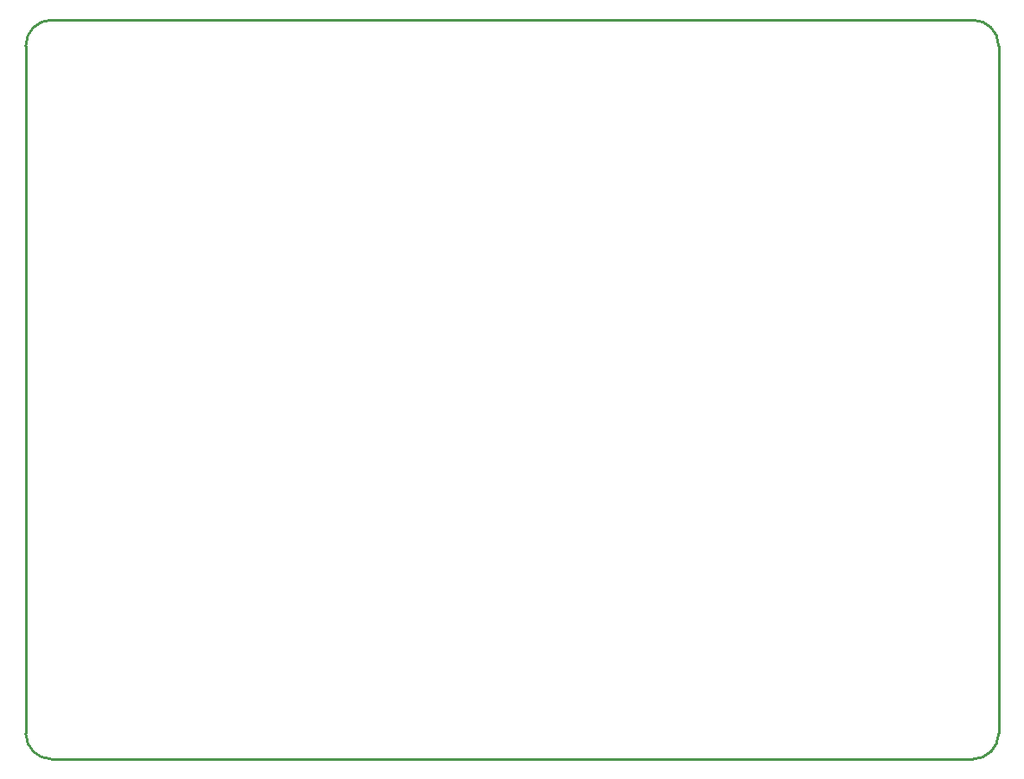
<source format=gbr>
G04 #@! TF.GenerationSoftware,KiCad,Pcbnew,5.1.4-e60b266~84~ubuntu18.04.1*
G04 #@! TF.CreationDate,2019-12-12T06:09:26+05:00*
G04 #@! TF.ProjectId,rck22,72636b32-322e-46b6-9963-61645f706362,rev?*
G04 #@! TF.SameCoordinates,Original*
G04 #@! TF.FileFunction,Profile,NP*
%FSLAX46Y46*%
G04 Gerber Fmt 4.6, Leading zero omitted, Abs format (unit mm)*
G04 Created by KiCad (PCBNEW 5.1.4-e60b266~84~ubuntu18.04.1) date 2019-12-12 06:09:26*
%MOMM*%
%LPD*%
G04 APERTURE LIST*
%ADD10C,0.254000*%
G04 APERTURE END LIST*
D10*
X185420000Y-52070000D02*
G75*
G02X187960000Y-54610000I0J-2540000D01*
G01*
X92710000Y-54610000D02*
G75*
G02X95250000Y-52070000I2540000J0D01*
G01*
X95250000Y-124460000D02*
G75*
G02X92710000Y-121920000I0J2540000D01*
G01*
X187960000Y-121920000D02*
G75*
G02X185420000Y-124460000I-2540000J0D01*
G01*
X185420000Y-52070000D02*
X95250000Y-52070000D01*
X187960000Y-121920000D02*
X187960000Y-54610000D01*
X95250000Y-124460000D02*
X185420000Y-124460000D01*
X92710000Y-54610000D02*
X92710000Y-121920000D01*
M02*

</source>
